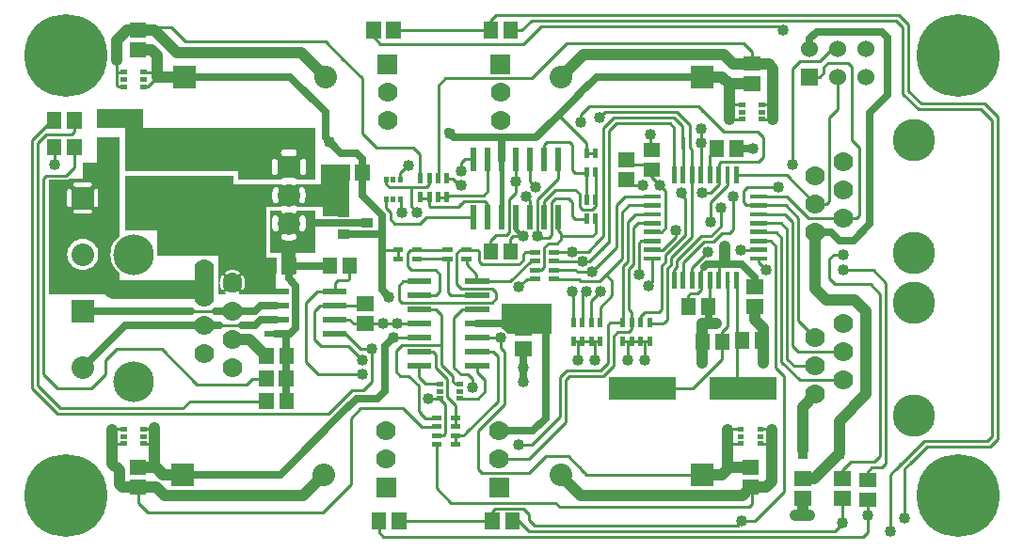
<source format=gbr>
G04 start of page 2 for group 0 idx 0 *
G04 Title: (unknown), component *
G04 Creator: pcb 20140316 *
G04 CreationDate: Mon 20 Apr 2015 08:27:33 PM GMT UTC *
G04 For: ndholmes *
G04 Format: Gerber/RS-274X *
G04 PCB-Dimensions (mil): 3500.00 1900.00 *
G04 PCB-Coordinate-Origin: lower left *
%MOIN*%
%FSLAX25Y25*%
%LNTOP*%
%ADD41C,0.0450*%
%ADD40C,0.0380*%
%ADD39C,0.0390*%
%ADD38C,0.0300*%
%ADD37C,0.1280*%
%ADD36C,0.1220*%
%ADD35C,0.0480*%
%ADD34C,0.1285*%
%ADD33C,0.0200*%
%ADD32R,0.0360X0.0360*%
%ADD31R,0.0165X0.0165*%
%ADD30R,0.0630X0.0630*%
%ADD29R,0.0340X0.0340*%
%ADD28R,0.0157X0.0157*%
%ADD27R,0.0787X0.0787*%
%ADD26R,0.0167X0.0167*%
%ADD25R,0.0200X0.0200*%
%ADD24R,0.0512X0.0512*%
%ADD23C,0.0787*%
%ADD22C,0.0600*%
%ADD21C,0.0700*%
%ADD20C,0.1500*%
%ADD19C,0.1440*%
%ADD18C,0.0800*%
%ADD17C,0.2937*%
%ADD16C,0.0150*%
%ADD15C,0.0650*%
%ADD14C,0.0250*%
%ADD13C,0.0100*%
%ADD12C,0.0400*%
%ADD11C,0.0001*%
G54D11*G36*
X100761Y127500D02*X105500D01*
Y119500D01*
X100761D01*
Y120683D01*
X100831Y120695D01*
X100980Y120746D01*
X101119Y120819D01*
X101245Y120913D01*
X101355Y121025D01*
X101446Y121154D01*
X101513Y121296D01*
X101704Y121828D01*
X101837Y122377D01*
X101917Y122936D01*
X101944Y123500D01*
X101917Y124064D01*
X101837Y124623D01*
X101704Y125172D01*
X101519Y125706D01*
X101450Y125848D01*
X101358Y125977D01*
X101248Y126091D01*
X101121Y126185D01*
X100981Y126259D01*
X100832Y126309D01*
X100761Y126321D01*
Y127500D01*
G37*
G36*
X91239D02*X93350D01*
X93393Y127439D01*
X93504Y127326D01*
X93630Y127232D01*
X93770Y127158D01*
X93920Y127108D01*
X94076Y127081D01*
X94234Y127079D01*
X94390Y127102D01*
X94540Y127152D01*
X94892Y127278D01*
X95243Y127363D01*
X96757D01*
X97108Y127278D01*
X97461Y127156D01*
X97611Y127106D01*
X97766Y127083D01*
X97924Y127085D01*
X98079Y127112D01*
X98228Y127162D01*
X98367Y127236D01*
X98493Y127330D01*
X98603Y127442D01*
X98644Y127500D01*
X100761D01*
Y126321D01*
X100676Y126336D01*
X100518Y126338D01*
X100361Y126315D01*
X100210Y126268D01*
X100069Y126198D01*
X99939Y126107D01*
X99826Y125996D01*
X99732Y125870D01*
X99658Y125730D01*
X99608Y125580D01*
X99581Y125424D01*
X99579Y125266D01*
X99602Y125110D01*
X99652Y124960D01*
X99778Y124608D01*
X99866Y124244D01*
X99919Y123874D01*
X99937Y123500D01*
X99919Y123126D01*
X99866Y122756D01*
X99778Y122392D01*
X99656Y122039D01*
X99606Y121889D01*
X99583Y121734D01*
X99585Y121576D01*
X99612Y121421D01*
X99662Y121272D01*
X99736Y121133D01*
X99830Y121007D01*
X99942Y120897D01*
X100071Y120806D01*
X100212Y120736D01*
X100362Y120689D01*
X100518Y120667D01*
X100675Y120668D01*
X100761Y120683D01*
Y119500D01*
X98650D01*
X98607Y119561D01*
X98496Y119674D01*
X98370Y119768D01*
X98230Y119842D01*
X98080Y119892D01*
X97924Y119919D01*
X97766Y119921D01*
X97610Y119898D01*
X97460Y119848D01*
X97108Y119722D01*
X96744Y119634D01*
X96577Y119610D01*
X96306Y119637D01*
X95694D01*
X95423Y119610D01*
X95256Y119634D01*
X94892Y119722D01*
X94539Y119844D01*
X94389Y119894D01*
X94234Y119917D01*
X94076Y119915D01*
X93921Y119888D01*
X93772Y119838D01*
X93633Y119764D01*
X93507Y119670D01*
X93397Y119558D01*
X93356Y119500D01*
X91239D01*
Y120679D01*
X91324Y120664D01*
X91482Y120662D01*
X91639Y120685D01*
X91790Y120732D01*
X91931Y120802D01*
X92061Y120893D01*
X92174Y121004D01*
X92268Y121130D01*
X92342Y121270D01*
X92392Y121420D01*
X92419Y121576D01*
X92421Y121734D01*
X92398Y121890D01*
X92348Y122040D01*
X92222Y122392D01*
X92134Y122756D01*
X92081Y123126D01*
X92063Y123500D01*
X92081Y123874D01*
X92134Y124244D01*
X92222Y124608D01*
X92344Y124961D01*
X92394Y125111D01*
X92417Y125266D01*
X92415Y125424D01*
X92388Y125579D01*
X92338Y125728D01*
X92264Y125867D01*
X92170Y125993D01*
X92058Y126103D01*
X91929Y126194D01*
X91788Y126264D01*
X91638Y126311D01*
X91482Y126333D01*
X91325Y126332D01*
X91239Y126317D01*
Y127500D01*
G37*
G36*
X70000D02*X91239D01*
Y126317D01*
X91169Y126305D01*
X91020Y126254D01*
X90881Y126181D01*
X90755Y126087D01*
X90645Y125975D01*
X90554Y125846D01*
X90487Y125704D01*
X90296Y125172D01*
X90163Y124623D01*
X90083Y124064D01*
X90056Y123500D01*
X90083Y122936D01*
X90163Y122377D01*
X90296Y121828D01*
X90481Y121294D01*
X90550Y121152D01*
X90642Y121023D01*
X90752Y120909D01*
X90879Y120815D01*
X91019Y120741D01*
X91168Y120691D01*
X91239Y120679D01*
Y119500D01*
X70000D01*
Y127500D01*
G37*
G36*
X101037Y147500D02*X105500D01*
Y129000D01*
X101037D01*
Y130660D01*
X101210Y130673D01*
X101378Y130714D01*
X101538Y130780D01*
X101686Y130870D01*
X101817Y130983D01*
X101930Y131114D01*
X102020Y131262D01*
X102086Y131422D01*
X102127Y131590D01*
X102137Y131763D01*
Y135237D01*
X102127Y135410D01*
X102086Y135578D01*
X102020Y135738D01*
X101930Y135886D01*
X101817Y136017D01*
X101686Y136130D01*
X101538Y136220D01*
X101378Y136286D01*
X101210Y136327D01*
X101037Y136340D01*
Y147500D01*
G37*
G36*
X96000D02*X101037D01*
Y136340D01*
X100864Y136327D01*
X100696Y136286D01*
X100536Y136220D01*
X100388Y136130D01*
X100257Y136017D01*
X100144Y135886D01*
X100054Y135738D01*
X99988Y135578D01*
X99947Y135410D01*
X99937Y135237D01*
Y131763D01*
X99947Y131590D01*
X99988Y131422D01*
X100054Y131262D01*
X100144Y131114D01*
X100257Y130983D01*
X100388Y130870D01*
X100536Y130780D01*
X100696Y130714D01*
X100864Y130673D01*
X101037Y130660D01*
Y129000D01*
X98698D01*
X98630Y129112D01*
X98517Y129243D01*
X98386Y129356D01*
X98238Y129446D01*
X98078Y129512D01*
X97910Y129553D01*
X97737Y129563D01*
X96000D01*
Y137437D01*
X97737D01*
X97910Y137447D01*
X98078Y137488D01*
X98238Y137554D01*
X98386Y137644D01*
X98517Y137757D01*
X98630Y137888D01*
X98720Y138036D01*
X98786Y138196D01*
X98827Y138364D01*
X98840Y138537D01*
X98827Y138710D01*
X98786Y138878D01*
X98720Y139038D01*
X98630Y139186D01*
X98517Y139317D01*
X98386Y139430D01*
X98238Y139520D01*
X98078Y139586D01*
X97910Y139627D01*
X97737Y139637D01*
X96000D01*
Y147500D01*
G37*
G36*
X90963D02*X96000D01*
Y139637D01*
X94263D01*
X94090Y139627D01*
X93922Y139586D01*
X93762Y139520D01*
X93614Y139430D01*
X93483Y139317D01*
X93370Y139186D01*
X93280Y139038D01*
X93214Y138878D01*
X93173Y138710D01*
X93160Y138537D01*
X93173Y138364D01*
X93214Y138196D01*
X93280Y138036D01*
X93370Y137888D01*
X93483Y137757D01*
X93614Y137644D01*
X93762Y137554D01*
X93922Y137488D01*
X94090Y137447D01*
X94263Y137437D01*
X96000D01*
Y129563D01*
X94263D01*
X94090Y129553D01*
X93922Y129512D01*
X93762Y129446D01*
X93614Y129356D01*
X93483Y129243D01*
X93370Y129112D01*
X93302Y129000D01*
X90963D01*
Y130660D01*
X91136Y130673D01*
X91304Y130714D01*
X91464Y130780D01*
X91612Y130870D01*
X91743Y130983D01*
X91856Y131114D01*
X91946Y131262D01*
X92012Y131422D01*
X92053Y131590D01*
X92063Y131763D01*
Y135237D01*
X92053Y135410D01*
X92012Y135578D01*
X91946Y135738D01*
X91856Y135886D01*
X91743Y136017D01*
X91612Y136130D01*
X91464Y136220D01*
X91304Y136286D01*
X91136Y136327D01*
X90963Y136340D01*
Y147500D01*
G37*
G36*
X78000D02*X90963D01*
Y136340D01*
X90790Y136327D01*
X90622Y136286D01*
X90462Y136220D01*
X90314Y136130D01*
X90183Y136017D01*
X90070Y135886D01*
X89980Y135738D01*
X89914Y135578D01*
X89873Y135410D01*
X89863Y135237D01*
Y131763D01*
X89873Y131590D01*
X89914Y131422D01*
X89980Y131262D01*
X90070Y131114D01*
X90183Y130983D01*
X90314Y130870D01*
X90462Y130780D01*
X90622Y130714D01*
X90790Y130673D01*
X90963Y130660D01*
Y129000D01*
X78000D01*
Y147500D01*
G37*
G36*
X100882Y118000D02*X105500D01*
Y103000D01*
X100882D01*
Y110687D01*
X101039Y110719D01*
X101201Y110779D01*
X101351Y110865D01*
X101487Y110973D01*
X101604Y111100D01*
X101699Y111245D01*
X101768Y111404D01*
X101955Y111986D01*
X102076Y112585D01*
X102137Y113194D01*
Y113806D01*
X102076Y114415D01*
X101955Y115014D01*
X101775Y115599D01*
X101704Y115758D01*
X101608Y115903D01*
X101490Y116031D01*
X101354Y116139D01*
X101203Y116225D01*
X101040Y116286D01*
X100882Y116318D01*
Y118000D01*
G37*
G36*
X96002Y117432D02*X96196D01*
X96586Y117393D01*
X96970Y117316D01*
X97345Y117200D01*
X97511Y117151D01*
X97683Y117131D01*
X97856Y117139D01*
X98025Y117173D01*
X98187Y117234D01*
X98338Y117320D01*
X98474Y117427D01*
X98590Y117555D01*
X98686Y117699D01*
X98758Y117857D01*
X98797Y118000D01*
X100882D01*
Y116318D01*
X100870Y116321D01*
X100696Y116328D01*
X100523Y116309D01*
X100355Y116262D01*
X100197Y116190D01*
X100052Y116094D01*
X99924Y115977D01*
X99815Y115841D01*
X99730Y115690D01*
X99669Y115527D01*
X99634Y115356D01*
X99626Y115183D01*
X99646Y115010D01*
X99696Y114843D01*
X99816Y114470D01*
X99893Y114086D01*
X99932Y113696D01*
Y113304D01*
X99893Y112914D01*
X99816Y112530D01*
X99700Y112155D01*
X99651Y111989D01*
X99631Y111817D01*
X99639Y111644D01*
X99673Y111475D01*
X99734Y111313D01*
X99820Y111162D01*
X99927Y111026D01*
X100055Y110910D01*
X100199Y110814D01*
X100357Y110742D01*
X100524Y110696D01*
X100696Y110677D01*
X100869Y110684D01*
X100882Y110687D01*
Y103000D01*
X96002D01*
Y107363D01*
X96306D01*
X96915Y107424D01*
X97514Y107545D01*
X98099Y107725D01*
X98258Y107796D01*
X98403Y107892D01*
X98531Y108010D01*
X98639Y108146D01*
X98725Y108297D01*
X98786Y108460D01*
X98821Y108630D01*
X98828Y108804D01*
X98809Y108977D01*
X98762Y109145D01*
X98690Y109303D01*
X98594Y109448D01*
X98477Y109576D01*
X98341Y109685D01*
X98190Y109770D01*
X98027Y109831D01*
X97856Y109866D01*
X97682Y109874D01*
X97510Y109854D01*
X97343Y109804D01*
X96970Y109684D01*
X96586Y109607D01*
X96196Y109568D01*
X96002D01*
Y117432D01*
G37*
G36*
X91118Y118000D02*X93198D01*
X93238Y117855D01*
X93310Y117697D01*
X93406Y117552D01*
X93523Y117424D01*
X93659Y117315D01*
X93810Y117230D01*
X93973Y117169D01*
X94144Y117134D01*
X94317Y117126D01*
X94490Y117146D01*
X94657Y117196D01*
X95030Y117316D01*
X95414Y117393D01*
X95804Y117432D01*
X96002D01*
Y109568D01*
X95804D01*
X95414Y109607D01*
X95030Y109684D01*
X94655Y109800D01*
X94489Y109849D01*
X94317Y109869D01*
X94144Y109861D01*
X93975Y109827D01*
X93813Y109766D01*
X93662Y109680D01*
X93526Y109573D01*
X93410Y109445D01*
X93314Y109301D01*
X93242Y109143D01*
X93196Y108976D01*
X93177Y108804D01*
X93184Y108631D01*
X93219Y108461D01*
X93279Y108299D01*
X93365Y108149D01*
X93473Y108013D01*
X93600Y107896D01*
X93745Y107801D01*
X93904Y107732D01*
X94486Y107545D01*
X95085Y107424D01*
X95694Y107363D01*
X96002D01*
Y103000D01*
X91118D01*
Y110682D01*
X91130Y110679D01*
X91304Y110672D01*
X91477Y110691D01*
X91645Y110738D01*
X91803Y110810D01*
X91948Y110906D01*
X92076Y111023D01*
X92185Y111159D01*
X92270Y111310D01*
X92331Y111473D01*
X92366Y111644D01*
X92374Y111818D01*
X92354Y111990D01*
X92304Y112157D01*
X92184Y112530D01*
X92107Y112914D01*
X92068Y113304D01*
Y113696D01*
X92107Y114086D01*
X92184Y114470D01*
X92300Y114845D01*
X92349Y115011D01*
X92369Y115183D01*
X92361Y115356D01*
X92327Y115525D01*
X92266Y115687D01*
X92180Y115838D01*
X92073Y115974D01*
X91945Y116090D01*
X91801Y116186D01*
X91643Y116258D01*
X91476Y116304D01*
X91304Y116323D01*
X91131Y116316D01*
X91118Y116313D01*
Y118000D01*
G37*
G36*
X89500D02*X91118D01*
Y116313D01*
X90961Y116281D01*
X90799Y116221D01*
X90649Y116135D01*
X90513Y116027D01*
X90396Y115900D01*
X90301Y115755D01*
X90232Y115596D01*
X90045Y115014D01*
X89924Y114415D01*
X89863Y113806D01*
Y113194D01*
X89924Y112585D01*
X90045Y111986D01*
X90225Y111401D01*
X90296Y111242D01*
X90392Y111097D01*
X90510Y110969D01*
X90646Y110861D01*
X90797Y110775D01*
X90960Y110714D01*
X91118Y110682D01*
Y103000D01*
X89500D01*
Y118000D01*
G37*
G36*
X107500Y134500D02*X117500D01*
Y119500D01*
X107500D01*
Y134500D01*
G37*
G36*
X112500Y120500D02*X117500D01*
Y116000D01*
X112500D01*
Y120500D01*
G37*
G36*
X103000Y127500D02*X114000D01*
Y119500D01*
X103000D01*
Y127500D01*
G37*
G36*
X108000Y126000D02*X115000D01*
Y116000D01*
X108000D01*
Y126000D01*
G37*
G36*
X176500Y85000D02*X189000D01*
Y74500D01*
X176500D01*
Y85000D01*
G37*
G36*
X171500D02*X184000D01*
Y74500D01*
X173599D01*
X173435Y74769D01*
X173128Y75128D01*
X172769Y75435D01*
X172366Y75681D01*
X171930Y75862D01*
X171500Y75965D01*
Y85000D01*
G37*
G36*
X74500Y121000D02*X88000D01*
Y105500D01*
X74500D01*
Y121000D01*
G37*
G36*
X93500Y104000D02*X98500D01*
Y95500D01*
X93500D01*
Y104000D01*
G37*
G36*
X73000Y102000D02*X66176D01*
X66000Y102014D01*
X65824Y102000D01*
X49500D01*
Y112500D01*
X73000D01*
Y102000D01*
G37*
G36*
X79720Y111500D02*X88000D01*
Y88500D01*
X79720D01*
Y90044D01*
X79771Y90083D01*
X79826Y90139D01*
X79870Y90204D01*
X80064Y90556D01*
X80221Y90926D01*
X80344Y91309D01*
X80433Y91700D01*
X80487Y92099D01*
X80504Y92500D01*
X80487Y92901D01*
X80433Y93300D01*
X80344Y93691D01*
X80221Y94074D01*
X80064Y94444D01*
X79874Y94798D01*
X79829Y94863D01*
X79774Y94920D01*
X79720Y94960D01*
Y111500D01*
G37*
G36*
X75998D02*X79720D01*
Y94960D01*
X79710Y94968D01*
X79640Y95004D01*
X79565Y95030D01*
X79487Y95044D01*
X79408Y95045D01*
X79329Y95033D01*
X79254Y95010D01*
X79183Y94975D01*
X79118Y94929D01*
X79061Y94874D01*
X79013Y94811D01*
X78976Y94741D01*
X78951Y94666D01*
X78937Y94588D01*
X78936Y94508D01*
X78948Y94430D01*
X78971Y94354D01*
X79007Y94284D01*
X79157Y94010D01*
X79279Y93723D01*
X79375Y93426D01*
X79444Y93121D01*
X79486Y92812D01*
X79500Y92500D01*
X79486Y92188D01*
X79444Y91879D01*
X79375Y91574D01*
X79279Y91277D01*
X79157Y90990D01*
X79010Y90714D01*
X78974Y90645D01*
X78951Y90569D01*
X78940Y90491D01*
X78941Y90413D01*
X78954Y90335D01*
X78980Y90261D01*
X79016Y90191D01*
X79064Y90128D01*
X79120Y90073D01*
X79184Y90028D01*
X79255Y89993D01*
X79330Y89970D01*
X79408Y89959D01*
X79487Y89960D01*
X79564Y89973D01*
X79639Y89999D01*
X79708Y90035D01*
X79720Y90044D01*
Y88500D01*
X78063D01*
X78298Y88626D01*
X78363Y88671D01*
X78420Y88726D01*
X78468Y88790D01*
X78504Y88860D01*
X78530Y88935D01*
X78544Y89013D01*
X78545Y89092D01*
X78533Y89171D01*
X78510Y89246D01*
X78475Y89317D01*
X78429Y89382D01*
X78374Y89439D01*
X78311Y89487D01*
X78241Y89524D01*
X78166Y89549D01*
X78088Y89563D01*
X78008Y89564D01*
X77930Y89552D01*
X77854Y89529D01*
X77784Y89493D01*
X77510Y89343D01*
X77223Y89221D01*
X76926Y89125D01*
X76621Y89056D01*
X76312Y89014D01*
X76000Y89000D01*
X75998Y89000D01*
Y96000D01*
X76000Y96000D01*
X76312Y95986D01*
X76621Y95944D01*
X76926Y95875D01*
X77223Y95779D01*
X77510Y95657D01*
X77786Y95510D01*
X77855Y95474D01*
X77931Y95451D01*
X78009Y95440D01*
X78087Y95441D01*
X78165Y95454D01*
X78239Y95480D01*
X78309Y95516D01*
X78372Y95564D01*
X78427Y95620D01*
X78472Y95684D01*
X78507Y95755D01*
X78530Y95830D01*
X78541Y95908D01*
X78540Y95987D01*
X78527Y96064D01*
X78501Y96139D01*
X78465Y96208D01*
X78417Y96271D01*
X78361Y96326D01*
X78296Y96370D01*
X77944Y96564D01*
X77574Y96721D01*
X77191Y96844D01*
X76800Y96933D01*
X76401Y96987D01*
X76000Y97004D01*
X75998Y97004D01*
Y111500D01*
G37*
G36*
X72280D02*X75998D01*
Y97004D01*
X75599Y96987D01*
X75200Y96933D01*
X74809Y96844D01*
X74426Y96721D01*
X74056Y96564D01*
X73702Y96374D01*
X73637Y96329D01*
X73580Y96274D01*
X73532Y96210D01*
X73496Y96140D01*
X73470Y96065D01*
X73456Y95987D01*
X73455Y95908D01*
X73467Y95829D01*
X73490Y95754D01*
X73525Y95683D01*
X73571Y95618D01*
X73626Y95561D01*
X73689Y95513D01*
X73759Y95476D01*
X73834Y95451D01*
X73912Y95437D01*
X73992Y95436D01*
X74070Y95448D01*
X74146Y95471D01*
X74216Y95507D01*
X74490Y95657D01*
X74777Y95779D01*
X75074Y95875D01*
X75379Y95944D01*
X75688Y95986D01*
X75998Y96000D01*
Y89000D01*
X75688Y89014D01*
X75379Y89056D01*
X75074Y89125D01*
X74777Y89221D01*
X74490Y89343D01*
X74214Y89490D01*
X74145Y89526D01*
X74069Y89549D01*
X73991Y89560D01*
X73913Y89559D01*
X73835Y89546D01*
X73761Y89520D01*
X73691Y89484D01*
X73628Y89436D01*
X73573Y89380D01*
X73528Y89316D01*
X73493Y89245D01*
X73470Y89170D01*
X73459Y89092D01*
X73460Y89013D01*
X73473Y88936D01*
X73499Y88861D01*
X73535Y88792D01*
X73583Y88729D01*
X73639Y88674D01*
X73704Y88630D01*
X73941Y88500D01*
X72280D01*
Y90040D01*
X72290Y90032D01*
X72360Y89996D01*
X72435Y89970D01*
X72513Y89956D01*
X72592Y89955D01*
X72671Y89967D01*
X72746Y89990D01*
X72817Y90025D01*
X72882Y90071D01*
X72939Y90126D01*
X72987Y90189D01*
X73024Y90259D01*
X73049Y90334D01*
X73063Y90412D01*
X73064Y90492D01*
X73052Y90570D01*
X73029Y90646D01*
X72993Y90716D01*
X72843Y90990D01*
X72721Y91277D01*
X72625Y91574D01*
X72556Y91879D01*
X72514Y92188D01*
X72500Y92500D01*
X72514Y92812D01*
X72556Y93121D01*
X72625Y93426D01*
X72721Y93723D01*
X72843Y94010D01*
X72990Y94286D01*
X73026Y94355D01*
X73049Y94431D01*
X73060Y94509D01*
X73059Y94587D01*
X73046Y94665D01*
X73020Y94739D01*
X72984Y94809D01*
X72936Y94872D01*
X72880Y94927D01*
X72816Y94972D01*
X72745Y95007D01*
X72670Y95030D01*
X72592Y95041D01*
X72513Y95040D01*
X72436Y95027D01*
X72361Y95001D01*
X72292Y94965D01*
X72280Y94956D01*
Y111500D01*
G37*
G36*
X71000D02*X72280D01*
Y94956D01*
X72229Y94917D01*
X72174Y94861D01*
X72130Y94796D01*
X71936Y94444D01*
X71779Y94074D01*
X71656Y93691D01*
X71567Y93300D01*
X71513Y92901D01*
X71496Y92500D01*
X71513Y92099D01*
X71567Y91700D01*
X71656Y91309D01*
X71779Y90926D01*
X71936Y90556D01*
X72126Y90202D01*
X72171Y90137D01*
X72226Y90080D01*
X72280Y90040D01*
Y88500D01*
X71000D01*
Y111500D01*
G37*
G36*
X85000Y101500D02*X91500D01*
Y88500D01*
X85000D01*
Y101500D01*
G37*
G36*
X28000Y144000D02*X36000D01*
Y132000D01*
X28000D01*
Y144000D01*
G37*
G36*
X105500Y132000D02*X102137D01*
Y135237D01*
X102127Y135410D01*
X102086Y135578D01*
X102020Y135738D01*
X101930Y135886D01*
X101817Y136017D01*
X101686Y136130D01*
X101538Y136220D01*
X101378Y136286D01*
X101210Y136327D01*
X101037Y136340D01*
X100864Y136327D01*
X100696Y136286D01*
X100536Y136220D01*
X100388Y136130D01*
X100257Y136017D01*
X100144Y135886D01*
X100054Y135738D01*
X99988Y135578D01*
X99947Y135410D01*
X99937Y135237D01*
Y132000D01*
X96000D01*
Y137437D01*
X97737D01*
X97910Y137447D01*
X98078Y137488D01*
X98238Y137554D01*
X98386Y137644D01*
X98517Y137757D01*
X98630Y137888D01*
X98720Y138036D01*
X98786Y138196D01*
X98827Y138364D01*
X98840Y138537D01*
X98827Y138710D01*
X98786Y138878D01*
X98720Y139038D01*
X98630Y139186D01*
X98517Y139317D01*
X98386Y139430D01*
X98238Y139520D01*
X98078Y139586D01*
X97910Y139627D01*
X97737Y139637D01*
X96000D01*
Y147500D01*
X105500D01*
Y132000D01*
G37*
G36*
X96000D02*X92063D01*
Y135237D01*
X92053Y135410D01*
X92012Y135578D01*
X91946Y135738D01*
X91856Y135886D01*
X91743Y136017D01*
X91612Y136130D01*
X91464Y136220D01*
X91304Y136286D01*
X91136Y136327D01*
X90963Y136340D01*
X90790Y136327D01*
X90622Y136286D01*
X90462Y136220D01*
X90314Y136130D01*
X90183Y136017D01*
X90070Y135886D01*
X89980Y135738D01*
X89914Y135578D01*
X89873Y135410D01*
X89863Y135237D01*
Y132000D01*
X43000D01*
Y147500D01*
X96000D01*
Y139637D01*
X94263D01*
X94090Y139627D01*
X93922Y139586D01*
X93762Y139520D01*
X93614Y139430D01*
X93483Y139317D01*
X93370Y139186D01*
X93280Y139038D01*
X93214Y138878D01*
X93173Y138710D01*
X93160Y138537D01*
X93173Y138364D01*
X93214Y138196D01*
X93280Y138036D01*
X93370Y137888D01*
X93483Y137757D01*
X93614Y137644D01*
X93762Y137554D01*
X93922Y137488D01*
X94090Y137447D01*
X94263Y137437D01*
X96000D01*
Y132000D01*
G37*
G36*
X23000Y135000D02*X36000D01*
Y121500D01*
X28500D01*
Y125000D01*
X28493Y125118D01*
X28465Y125232D01*
X28420Y125342D01*
X28359Y125442D01*
X28282Y125532D01*
X28192Y125609D01*
X28092Y125670D01*
X27982Y125715D01*
X27868Y125743D01*
X27750Y125752D01*
X27632Y125743D01*
X27518Y125715D01*
X27408Y125670D01*
X27308Y125609D01*
X27218Y125532D01*
X27141Y125442D01*
X27080Y125342D01*
X27035Y125232D01*
X27007Y125118D01*
X27000Y125000D01*
Y121500D01*
X23000D01*
Y126500D01*
X25500D01*
X25618Y126507D01*
X25732Y126535D01*
X25842Y126580D01*
X25942Y126641D01*
X26032Y126718D01*
X26109Y126808D01*
X26170Y126908D01*
X26215Y127018D01*
X26243Y127132D01*
X26252Y127250D01*
X26243Y127368D01*
X26215Y127482D01*
X26170Y127592D01*
X26109Y127692D01*
X26032Y127782D01*
X25942Y127859D01*
X25842Y127920D01*
X25732Y127965D01*
X25618Y127993D01*
X25500Y128000D01*
X23000D01*
Y135000D01*
G37*
G36*
X27750Y129500D02*X36000D01*
Y110000D01*
X27750D01*
Y119248D01*
X27868Y119257D01*
X27982Y119285D01*
X28092Y119330D01*
X28192Y119391D01*
X28282Y119468D01*
X28359Y119558D01*
X28420Y119658D01*
X28465Y119768D01*
X28493Y119882D01*
X28500Y120000D01*
Y125000D01*
X28493Y125118D01*
X28465Y125232D01*
X28420Y125342D01*
X28359Y125442D01*
X28282Y125532D01*
X28192Y125609D01*
X28092Y125670D01*
X27982Y125715D01*
X27868Y125743D01*
X27750Y125752D01*
Y129500D01*
G37*
G36*
X23000D02*X27750D01*
Y125752D01*
X27632Y125743D01*
X27518Y125715D01*
X27408Y125670D01*
X27308Y125609D01*
X27218Y125532D01*
X27141Y125442D01*
X27080Y125342D01*
X27035Y125232D01*
X27007Y125118D01*
X27000Y125000D01*
Y120000D01*
X27007Y119882D01*
X27035Y119768D01*
X27080Y119658D01*
X27141Y119558D01*
X27218Y119468D01*
X27308Y119391D01*
X27408Y119330D01*
X27518Y119285D01*
X27632Y119257D01*
X27750Y119248D01*
Y110000D01*
X23000D01*
Y117000D01*
X25500D01*
X25618Y117007D01*
X25732Y117035D01*
X25842Y117080D01*
X25942Y117141D01*
X26032Y117218D01*
X26109Y117308D01*
X26170Y117408D01*
X26215Y117518D01*
X26243Y117632D01*
X26252Y117750D01*
X26243Y117868D01*
X26215Y117982D01*
X26170Y118092D01*
X26109Y118192D01*
X26032Y118282D01*
X25942Y118359D01*
X25842Y118420D01*
X25732Y118465D01*
X25618Y118493D01*
X25500Y118500D01*
X23000D01*
Y126500D01*
X25500D01*
X25618Y126507D01*
X25732Y126535D01*
X25842Y126580D01*
X25942Y126641D01*
X26032Y126718D01*
X26109Y126808D01*
X26170Y126908D01*
X26215Y127018D01*
X26243Y127132D01*
X26252Y127250D01*
X26243Y127368D01*
X26215Y127482D01*
X26170Y127592D01*
X26109Y127692D01*
X26032Y127782D01*
X25942Y127859D01*
X25842Y127920D01*
X25732Y127965D01*
X25618Y127993D01*
X25500Y128000D01*
X23000D01*
Y129500D01*
G37*
G36*
X18250D02*X23000D01*
Y128000D01*
X20500D01*
X20382Y127993D01*
X20268Y127965D01*
X20158Y127920D01*
X20058Y127859D01*
X19968Y127782D01*
X19891Y127692D01*
X19830Y127592D01*
X19785Y127482D01*
X19757Y127368D01*
X19748Y127250D01*
X19757Y127132D01*
X19785Y127018D01*
X19830Y126908D01*
X19891Y126808D01*
X19968Y126718D01*
X20058Y126641D01*
X20158Y126580D01*
X20268Y126535D01*
X20382Y126507D01*
X20500Y126500D01*
X23000D01*
Y118500D01*
X20500D01*
X20382Y118493D01*
X20268Y118465D01*
X20158Y118420D01*
X20058Y118359D01*
X19968Y118282D01*
X19891Y118192D01*
X19830Y118092D01*
X19785Y117982D01*
X19757Y117868D01*
X19748Y117750D01*
X19757Y117632D01*
X19785Y117518D01*
X19830Y117408D01*
X19891Y117308D01*
X19968Y117218D01*
X20058Y117141D01*
X20158Y117080D01*
X20268Y117035D01*
X20382Y117007D01*
X20500Y117000D01*
X23000D01*
Y110000D01*
X18250D01*
Y119248D01*
X18368Y119257D01*
X18482Y119285D01*
X18592Y119330D01*
X18692Y119391D01*
X18782Y119468D01*
X18859Y119558D01*
X18920Y119658D01*
X18965Y119768D01*
X18993Y119882D01*
X19000Y120000D01*
Y125000D01*
X18993Y125118D01*
X18965Y125232D01*
X18920Y125342D01*
X18859Y125442D01*
X18782Y125532D01*
X18692Y125609D01*
X18592Y125670D01*
X18482Y125715D01*
X18368Y125743D01*
X18250Y125752D01*
Y129500D01*
G37*
G36*
X18121D02*X18250D01*
Y125752D01*
X18132Y125743D01*
X18018Y125715D01*
X17908Y125670D01*
X17808Y125609D01*
X17718Y125532D01*
X17641Y125442D01*
X17580Y125342D01*
X17535Y125232D01*
X17507Y125118D01*
X17500Y125000D01*
Y120000D01*
X17507Y119882D01*
X17535Y119768D01*
X17580Y119658D01*
X17641Y119558D01*
X17718Y119468D01*
X17808Y119391D01*
X17908Y119330D01*
X18018Y119285D01*
X18132Y119257D01*
X18250Y119248D01*
Y110000D01*
X11000D01*
Y129000D01*
X11500D01*
X11500Y129000D01*
X16941D01*
X17000Y128995D01*
X17235Y129014D01*
X17235Y129014D01*
X17465Y129069D01*
X17683Y129159D01*
X17884Y129283D01*
X18064Y129436D01*
X18102Y129481D01*
X18121Y129500D01*
G37*
G36*
X22992Y114000D02*X36000D01*
Y109013D01*
X35184Y108316D01*
X34346Y107335D01*
X33671Y106234D01*
X33177Y105042D01*
X32876Y103787D01*
X32775Y102500D01*
X32876Y101213D01*
X33177Y99958D01*
X33671Y98766D01*
X34346Y97665D01*
X35184Y96684D01*
X36000Y95987D01*
Y88500D01*
X22992D01*
Y96984D01*
X23000Y96983D01*
X23863Y97051D01*
X24705Y97253D01*
X25505Y97584D01*
X26243Y98037D01*
X26901Y98599D01*
X27463Y99257D01*
X27916Y99995D01*
X28247Y100795D01*
X28449Y101637D01*
X28500Y102500D01*
X28449Y103363D01*
X28247Y104205D01*
X27916Y105005D01*
X27463Y105743D01*
X26901Y106401D01*
X26243Y106963D01*
X25505Y107416D01*
X24705Y107747D01*
X23863Y107949D01*
X23000Y108017D01*
X22992Y108016D01*
Y114000D01*
G37*
G36*
X11000D02*X22992D01*
Y108016D01*
X22137Y107949D01*
X21295Y107747D01*
X20495Y107416D01*
X19757Y106963D01*
X19099Y106401D01*
X18537Y105743D01*
X18084Y105005D01*
X17753Y104205D01*
X17551Y103363D01*
X17483Y102500D01*
X17551Y101637D01*
X17753Y100795D01*
X18084Y99995D01*
X18537Y99257D01*
X19099Y98599D01*
X19757Y98037D01*
X20495Y97584D01*
X21295Y97253D01*
X22137Y97051D01*
X22992Y96984D01*
Y88500D01*
X11000D01*
Y114000D01*
G37*
G36*
X38000Y130500D02*X76500D01*
Y111000D01*
X38000D01*
Y130500D01*
G37*
G36*
X28000Y154000D02*X40000D01*
Y147500D01*
X28000D01*
Y154000D01*
G37*
G36*
X38000D02*X44500D01*
Y132000D01*
X38000D01*
Y154000D01*
G37*
G54D12*X192500Y24500D02*Y24000D01*
G54D13*X192000Y25000D02*X192500Y24500D01*
X242500D02*X201500D01*
G54D12*X199500Y17000D02*X256543D01*
G54D13*X192000Y13000D02*X259000D01*
X181000Y4500D02*X278000D01*
X183000Y6500D02*X255000D01*
X256500Y8000D01*
X261000D02*X256500D01*
X148348Y35126D02*Y19652D01*
X153500Y14500D01*
X129500Y2500D02*X283500D01*
X181000Y10500D02*Y8500D01*
X183000Y6500D01*
X153500Y14500D02*X190500D01*
X192000Y13000D01*
X164500Y25000D02*X181000D01*
X172500Y49500D02*X163000Y40000D01*
Y26500D01*
X164500Y25000D01*
X170500Y30000D02*X181000D01*
X177500Y35000D02*X182000D01*
X181000Y25000D02*X187000Y31000D01*
X181000Y30000D02*X186500Y35500D01*
X182000Y35000D02*X192000Y45000D01*
X194000Y43000D02*X183500Y32500D01*
X195000Y31000D02*X200500Y25500D01*
X209000Y64000D02*X206500Y61500D01*
X194500D01*
X192000Y59000D01*
X211000Y63000D02*X207500Y59500D01*
X195500D01*
X194000Y58000D01*
X192000Y59000D02*Y45000D01*
X194000Y58000D02*Y43000D01*
X259000Y13000D02*X260000Y14000D01*
Y20000D01*
X271500Y18500D02*X261000Y8000D01*
G54D12*X275500Y10000D02*X280500D01*
X278000D02*Y15957D01*
Y23043D02*X281943D01*
G54D13*X309000Y9000D02*Y24500D01*
X312750Y28250D01*
X314000Y26500D02*Y13000D01*
X309000Y4500D02*Y9500D01*
X314000Y14000D02*Y9000D01*
X292000Y26000D02*X295000Y29000D01*
X301000Y22543D02*Y25500D01*
X302500Y27000D01*
X301000Y15457D02*Y4000D01*
X299500Y2500D01*
X281500D01*
X295000Y29000D02*X303500D01*
X305500Y31000D01*
Y36000D01*
X302500Y27000D02*X306000D01*
X307500Y28500D01*
Y32000D01*
X187000Y31000D02*X195000D01*
G54D12*X278000Y33000D02*Y48500D01*
X290900Y33000D02*Y43400D01*
X281943Y23043D02*X290900Y32000D01*
G54D13*X292000Y23043D02*Y26000D01*
Y15957D02*Y7000D01*
X289500Y4500D01*
X277500D01*
X148273Y41500D02*X148348Y41425D01*
X148274Y44500D02*X148348Y44574D01*
X143000Y41500D02*X148000D01*
X148137Y41637D01*
X148348Y38275D02*X150775D01*
X155044D02*Y35126D01*
Y38275D02*X157775D01*
X159000Y39500D01*
X150775Y38275D02*X151500Y39000D01*
Y49426D01*
X156574Y51500D02*X156513Y51440D01*
X155044Y41425D02*Y48956D01*
X152000Y52000D01*
X170000Y50500D02*X158750Y39250D01*
X163000Y51500D02*X160000D01*
X142500Y46500D02*X144500Y44500D01*
X148274D01*
X142000Y47000D02*X143000Y46000D01*
G54D14*X170500Y40000D02*X182500D01*
X187000Y44500D01*
G54D13*X171000Y73000D02*Y69500D01*
G54D14*X162750Y78000D02*X179000D01*
G54D13*X196776Y71652D02*X206224D01*
X198500Y65000D02*Y71652D01*
X204500Y65000D02*Y71652D01*
X171000Y69500D02*X172500Y68000D01*
G54D14*X179000Y57500D02*Y69000D01*
G54D13*X172500Y68000D02*Y49500D01*
G54D14*X187000Y44500D02*Y79500D01*
G54D13*X170000Y63000D02*Y50500D01*
X165500Y58000D02*Y54000D01*
X163000Y51500D01*
X162750Y63000D02*Y60750D01*
X165500Y58000D01*
X161000Y55500D02*Y58500D01*
X159500Y60000D01*
X157000D01*
X154500Y62500D01*
Y80000D02*Y62500D01*
X175086Y8000D02*X177500D01*
X181000Y4500D01*
X135000Y8000D02*X168000D01*
Y11500D01*
G54D12*X192500Y24000D02*X199500Y17000D01*
G54D13*X201500Y24500D02*X199000Y27000D01*
X168000Y11500D02*X169000Y12500D01*
X177000D01*
X175500D02*X179000D01*
X181000Y10500D01*
G54D12*X259500Y27043D02*X252043D01*
X249500Y24500D01*
X242500D01*
X251500Y26500D02*X251000Y26000D01*
X251500Y40500D02*Y26500D01*
G54D13*X255959Y40560D02*X251560D01*
X251500Y40500D01*
X255959Y35440D02*X251560D01*
X251500Y35500D01*
G54D12*X256543Y17000D02*X259500Y19957D01*
X267000Y40500D02*Y22000D01*
X265000Y20000D01*
G54D13*X266560Y40560D02*X267000Y41000D01*
X262987Y35440D02*X266940D01*
X267000Y35500D01*
G54D12*X265000Y20000D02*X259543D01*
G54D13*X271500Y59500D02*Y18500D01*
G54D12*X264000Y64000D02*Y71543D01*
X263543Y72000D01*
X264000Y76500D02*Y67500D01*
G54D13*X270500Y64500D02*X277000Y58000D01*
X268500Y62500D02*X271500Y59500D01*
G54D12*X242500Y64000D02*Y71500D01*
Y78000D02*Y67000D01*
G54D13*X239000Y55000D02*X249500Y65500D01*
Y71414D01*
X249586Y71500D01*
X249500Y72000D02*Y75000D01*
X251500Y77000D01*
X214276Y71652D02*X223724D01*
X216000Y65000D02*Y71652D01*
X222000Y65000D02*Y71652D01*
X230000Y79500D02*X228500Y78000D01*
X224072D01*
X223724Y78348D01*
X230000Y79500D02*X229000Y78500D01*
X220500Y78423D02*X220575Y78348D01*
X217500Y78000D02*Y76000D01*
X216500Y75000D01*
X212500D01*
X214276Y78276D02*X209776D01*
X209000Y77500D01*
Y64000D01*
X212500Y75000D02*X211000Y73500D01*
Y63000D01*
X221783Y55000D02*X239000D01*
G54D12*X278000Y48500D02*X282500Y53000D01*
X290900Y43400D02*X300500Y53000D01*
G54D13*X61500Y82500D02*X70000D01*
G54D15*X66000Y97500D02*Y87500D01*
Y90000D02*X34000D01*
G54D14*X38000Y77500D02*X71500D01*
X23000Y82500D02*X61500D01*
G54D15*X34000Y90000D02*X29000Y95000D01*
G54D13*X14000Y46000D02*X99000D01*
X97500D02*X110000D01*
X112250Y89500D02*X106000D01*
X102000Y85500D01*
Y64500D01*
X106500Y60000D01*
X9000Y129500D02*Y60000D01*
X14000Y55000D01*
X7000Y142000D02*Y56000D01*
X15000Y48000D01*
X5000Y143000D02*Y55000D01*
X14000Y46000D01*
G54D12*X76000Y72500D02*X82000D01*
G54D13*X61000Y50500D02*X88000D01*
G54D14*X120000Y51500D02*X117000Y48500D01*
G54D13*X110000Y46000D02*X118500Y54500D01*
X112500Y74500D02*X116000D01*
X121500Y69000D01*
X107500Y70000D02*X117000D01*
X112000Y84500D02*X107000D01*
X105000Y82500D01*
Y72500D01*
X107500Y70000D01*
X71500Y77500D02*X80000D01*
G54D14*X79500D02*X84000D01*
X86000Y79500D01*
X91500D01*
Y74500D02*X96500D01*
X98500Y76500D01*
X70000Y82500D02*X82000D01*
X84000D02*X81000D01*
X91500Y84500D02*X86000D01*
X84000Y82500D01*
X98500Y76500D02*Y91500D01*
X96000Y94000D01*
Y98000D01*
X123700Y113600D02*X104400D01*
X110414Y98500D02*X96043D01*
G54D13*X112250Y89500D02*Y92250D01*
X113500Y93500D01*
X117000D01*
X117500Y94000D01*
Y98500D01*
D03*
G54D14*X115500Y109700D02*X128700D01*
X129000Y110000D01*
Y116500D01*
Y113000D02*Y100500D01*
G54D13*X129075Y104075D02*X129000Y104000D01*
G54D14*Y102000D02*Y90000D01*
G54D13*X134652Y104075D02*Y100925D01*
X139500Y97000D02*X138000Y98500D01*
Y103000D01*
X139000Y104000D01*
X141273D01*
X141348Y104075D01*
X134652D02*X129075D01*
G54D14*X114500Y138500D02*X120000D01*
G54D13*X122000Y145500D02*X127000Y140500D01*
X140000D01*
G54D14*X120000Y138500D02*X122000Y136500D01*
Y123500D02*Y136500D01*
X129000Y116500D02*X122000Y123500D01*
Y131457D02*X122043Y131500D01*
G54D13*X139250Y122000D02*Y119750D01*
X141500Y117500D01*
X133500Y113500D02*X132000Y115000D01*
Y117500D02*Y115000D01*
G54D12*X42500Y27043D02*X48957D01*
X42500Y19957D02*X49043D01*
X52000Y17000D01*
X42457Y20000D02*X42500Y19957D01*
X48957Y27043D02*X51500Y24500D01*
X58500D01*
X48500Y27500D02*X51250Y24750D01*
X48500Y41000D02*Y27500D01*
G54D13*X44513Y40560D02*X48440D01*
X48500Y40500D01*
X44513Y35440D02*X47940D01*
X48500Y36000D01*
G54D12*X33500Y40500D02*Y28500D01*
G54D13*X37487Y40560D02*X33560D01*
X33500Y40500D01*
X37487Y35440D02*X34060D01*
X33500Y36000D01*
G54D12*Y28500D02*X36000Y26000D01*
Y21000D01*
X37000Y20000D01*
X42457D01*
G54D13*X42543Y19957D02*Y14457D01*
X46000Y11000D01*
G54D14*X95086Y66500D02*Y74414D01*
Y68000D02*Y50500D01*
Y74414D02*X95000Y74500D01*
G54D12*X82000Y72500D02*X88000Y66500D01*
G54D13*X51000Y69000D02*X63500Y56500D01*
X81000D01*
X83000Y58500D01*
X87914D01*
X121500Y69000D02*X125500D01*
Y57500D02*Y69000D01*
X117000Y70000D02*X122000Y65000D01*
X118500Y54500D02*X122500D01*
X125500Y57500D01*
X106500Y60000D02*X122000D01*
G54D14*X23000Y62500D02*X38000Y77500D01*
G54D13*X14000Y55000D02*X26000D01*
X31000Y60000D01*
Y65000D01*
X35000Y69000D01*
X51000D01*
X15000Y48000D02*X58500D01*
X61000Y50500D01*
G54D12*X52000Y17000D02*X101000D01*
X108500Y24500D01*
G54D14*X117500Y49000D02*X93000Y24500D01*
X58500D01*
G54D13*X118000Y21000D02*Y44500D01*
X46000Y11000D02*X108000D01*
X118000Y21000D01*
X127914Y8000D02*Y4086D01*
X129500Y2500D01*
G54D14*X127500Y51500D02*X120000D01*
G54D13*X151500Y49426D02*X149487Y51440D01*
X152000Y52000D02*Y58500D01*
X161000Y51500D02*X156574D01*
X162750Y68000D02*X168500D01*
X170000Y66500D01*
Y62000D01*
X171000Y73000D02*X162750D01*
X149487Y56560D02*X144440D01*
X142000Y59000D01*
Y62750D01*
X142250Y63000D01*
X145500Y51500D02*X149426D01*
X149500Y51426D01*
X148000Y62500D02*Y67000D01*
X150000Y63500D02*Y81000D01*
X148000Y67000D02*X147000Y68000D01*
X152000Y58500D02*X148000Y62500D01*
X156513Y56560D02*X154940D01*
X154000Y57500D01*
Y59500D01*
X150000Y63500D01*
X142000Y56000D02*Y47000D01*
X147000Y68000D02*X142250D01*
X150000Y70500D02*X136000D01*
X133000Y73000D02*X142250D01*
G54D14*X133000D02*X130000Y70000D01*
G54D13*X136000Y70500D02*X134000Y68500D01*
Y62500D01*
Y63000D02*Y61000D01*
X135500Y59500D01*
G54D14*X130000Y70000D02*Y54000D01*
X127500Y51500D01*
G54D13*X135500Y59500D02*X138500D01*
X142000Y56000D01*
X136500Y48000D02*X143000Y41500D01*
X118000Y44500D02*X121500Y48000D01*
X136500D01*
X12914Y140500D02*Y134586D01*
X19000Y145000D02*X10000D01*
X7000Y142000D01*
X12000Y150000D02*X5000Y143000D01*
X12914Y134586D02*X13000Y134500D01*
X12914Y150000D02*X12000D01*
X11500Y130500D02*X17000D01*
X20000Y133500D01*
Y140500D01*
Y150000D02*Y146000D01*
X19000Y145000D01*
X12000Y130500D02*X10000D01*
X9000Y129500D01*
G54D12*X56500Y174000D02*X100500D01*
X109000Y165500D01*
G54D14*X59000D02*X96500D01*
X109000Y153000D01*
Y144000D01*
X114500Y138500D01*
X160500Y144000D02*X154500D01*
X152500Y146000D01*
G54D13*X115500Y171500D02*X109000Y178000D01*
X122000Y165000D02*X114500Y172500D01*
X122000Y165000D02*Y145500D01*
X109000Y178000D02*X59500D01*
X167457Y182000D02*Y185457D01*
X169500Y187500D01*
X125957Y181957D02*Y179543D01*
X128500Y177000D01*
G54D12*X59000Y165500D02*X49500D01*
Y173000D01*
G54D13*X44513Y167060D02*X48560D01*
X49500Y168000D01*
X44513Y161940D02*X45940D01*
X49500Y165500D01*
G54D12*Y173000D02*X47500Y175000D01*
X42586D01*
X42543Y174957D01*
X38543Y182043D02*X35000Y178500D01*
Y171500D01*
G54D13*Y172000D02*Y168000D01*
X37487Y161940D02*X35560D01*
X35000Y162500D01*
Y168500D01*
X37487Y167060D02*X35060D01*
X35000Y167000D01*
X59500Y178000D02*X54500Y183000D01*
G54D12*X38543Y182043D02*X48457D01*
X56500Y174000D01*
G54D13*X54500Y183000D02*X47957D01*
X47000Y182043D01*
X112250Y84500D02*X122457D01*
X123000Y85043D01*
X112250Y79500D02*X117500D01*
X119000Y78000D01*
X122957D01*
X123000Y77957D01*
X129500Y78000D02*X142250D01*
X134500D02*X122500D01*
X149500Y89500D02*Y95500D01*
X155500Y95000D02*Y92000D01*
X157000Y90500D01*
X152500Y89000D02*Y100577D01*
X155500Y103000D02*Y93500D01*
X150000Y81000D02*X148000Y83000D01*
X142250D01*
Y88000D02*X148000D01*
X154500Y80000D02*X157500Y83000D01*
X162750D01*
Y88000D02*X153500D01*
X152500Y89000D01*
X148000Y88000D02*X149500Y89500D01*
X168000Y85500D02*X136000D01*
X135000Y86500D01*
Y91500D01*
X136500Y93000D01*
X142250D01*
G54D14*X129000Y90000D02*X131500Y87500D01*
G54D13*X161500Y115750D02*X144750D01*
X142500Y113500D01*
X133500D01*
X149500Y95500D02*X148000Y97000D01*
X144000D01*
X144500D02*X139500D01*
X141348Y100925D02*X152152D01*
X152500Y100577D02*X152152Y100925D01*
X141500Y104000D02*X152077D01*
X152152Y104075D01*
X158848D02*X156575D01*
X155500Y103000D01*
X157000Y90500D02*X168000D01*
Y93000D02*X162750D01*
X169500Y89000D02*Y87000D01*
X168000Y85500D01*
Y90500D02*X169500Y89000D01*
X167457Y103500D02*Y107457D01*
X169500Y109500D01*
X171000D01*
X158848Y100925D02*Y99152D01*
X159075Y104075D02*X162925D01*
X163500Y103500D02*Y100000D01*
X162925Y104075D02*X163500Y103500D01*
X158848Y99152D02*X162500Y95500D01*
Y93250D01*
X162750Y93000D01*
X163500Y100000D02*X164500Y99000D01*
X277000Y171000D02*X274500Y168500D01*
Y159000D01*
Y134500D02*Y165000D01*
X280500Y165500D02*X284000D01*
X285500Y167000D01*
Y169000D01*
X287000Y170500D01*
X284000Y171000D02*X277000D01*
X288500Y175500D02*X284000Y171000D01*
G54D14*X280500Y175500D02*Y179000D01*
X283000Y181500D01*
G54D13*X290500Y165500D02*Y154000D01*
X287500Y151000D01*
G54D14*X301750Y152750D02*X308000Y159000D01*
Y179500D01*
X283000Y181500D02*X306000D01*
X308000Y179500D01*
G54D13*X287500Y151000D02*Y121500D01*
X294000Y170500D02*X295500Y169000D01*
X287000Y170500D02*X294000D01*
X290500Y175500D02*X288500D01*
X295500Y169000D02*Y143000D01*
X298000Y140500D01*
Y116500D01*
X297000Y115500D01*
X293000D01*
G54D14*X301750Y113250D02*Y152750D01*
G54D13*X286500Y120500D02*X287500Y121500D01*
X286500Y120500D02*X282500D01*
X280000Y115500D02*X272500Y123000D01*
X262303D01*
X262279Y123024D01*
Y119874D02*X272126D01*
X276500Y115500D01*
X262279Y116725D02*X271775D01*
X272221Y130779D02*X282500Y120500D01*
X269500Y126500D02*X258500D01*
X257000Y125000D01*
Y121000D01*
X258000Y120000D01*
X261748D01*
X261874Y119874D01*
X282000Y130000D02*X282500Y130500D01*
X254523Y130779D02*X272221D01*
X248224Y129500D02*Y134724D01*
X249000Y135500D02*X262500D01*
X263000Y136000D01*
X262987Y40560D02*X266560D01*
X282500Y63000D02*X275000D01*
X272500Y65500D01*
X276500Y68000D02*X274500Y70000D01*
X275500Y69000D01*
X276500Y79000D02*X282500Y73000D01*
X292500Y68000D02*X276500D01*
G54D12*X300500Y53000D02*Y82500D01*
G54D13*X277000Y58000D02*X292500D01*
G54D12*X296500Y86500D02*X286500D01*
G54D13*X254524Y86721D02*Y67976D01*
Y69500D02*Y56976D01*
X251500Y93095D02*X251374Y93221D01*
X254524Y83476D02*Y93221D01*
X251500Y92905D02*X251595Y93000D01*
X251500Y77000D02*Y92905D01*
X251595Y93000D01*
X249500Y110000D02*X252000D01*
X253500Y123000D02*Y111500D01*
X252000Y110000D01*
X250500D01*
X249000Y119000D02*Y112500D01*
G54D12*X250500Y105500D02*Y100500D01*
G54D13*X247500Y108000D02*X249500Y110000D01*
X249000Y112500D02*X246500Y110000D01*
G54D14*X244543Y84000D02*Y78043D01*
X244500Y78000D01*
G54D13*X245075Y84532D02*X244543Y84000D01*
G54D12*X242500Y78000D02*X247500D01*
X261000Y83000D02*Y79500D01*
X264000Y76500D01*
G54D13*X258500Y98000D02*X261000Y95500D01*
G54D14*X256500Y99000D02*X261000Y94500D01*
G54D13*X262279Y104126D02*X256126D01*
X256000Y104000D01*
G54D14*X261000Y94500D02*Y91043D01*
X256500Y99000D02*X244000D01*
G54D13*X248225Y98725D02*X248500Y99000D01*
G54D14*X244000D02*X243000Y98000D01*
G54D13*X248225Y93221D02*Y98725D01*
X240750Y88750D02*X238250D01*
X237500Y88000D01*
Y84043D01*
X237457Y84000D01*
X245075Y93221D02*Y84532D01*
X241925Y89925D02*X240750Y88750D01*
X241925Y89925D02*Y96925D01*
X243000Y98000D01*
X242500Y97500D01*
X272500Y65500D02*Y101500D01*
X276500Y103500D02*Y79000D01*
Y115500D02*Y101000D01*
X274500Y102500D02*Y99000D01*
Y114000D02*Y70000D01*
X272500Y111500D02*Y99500D01*
X268575Y110425D02*X270500Y108500D01*
X262279Y107276D02*X266724D01*
X268500Y105500D01*
X262279Y100977D02*Y99721D01*
X265000Y97000D01*
X270500Y108500D02*Y97500D01*
G54D12*X286500Y86500D02*X282500Y90500D01*
G54D13*X287500Y94000D02*Y101000D01*
X270500Y98000D02*Y64500D01*
X268500Y105500D02*Y62500D01*
G54D12*X242500Y173500D02*X200500D01*
G54D13*X194500Y177500D02*X257000D01*
G54D14*X205000Y165500D02*X242500D01*
G54D13*X185500Y183500D02*X269500D01*
X178500Y182000D02*X182000Y185500D01*
X179000Y177000D02*X185500Y183500D01*
X205000Y155000D02*X241000D01*
X202500D02*X208500D01*
X241000D02*X242500Y153500D01*
X208000Y153000D02*X211000D01*
X199500Y152000D02*X202500Y155000D01*
X148851Y162351D02*X151500Y165000D01*
X167457Y182000D02*X133086D01*
X133043Y181957D01*
X151500Y165000D02*X182000D01*
X128500Y177000D02*X179000D01*
X312000Y187500D02*X315500Y184000D01*
X311000Y185500D02*X313500Y183000D01*
X315500Y184000D02*Y160500D01*
X320000Y156000D01*
X342500D01*
X319000Y154000D02*X341000D01*
X342500Y156000D02*X347000Y151500D01*
X313500Y183000D02*Y159500D01*
X319000Y154000D01*
G54D14*X198500Y159000D02*X205000Y165500D01*
G54D12*X200500Y173500D02*X192500Y165500D01*
G54D13*X182000Y165000D02*X194500Y177500D01*
X174543Y182000D02*X178500D01*
G54D12*X242500Y165500D02*X249500D01*
X252000Y163000D01*
X241000Y173500D02*X250000D01*
X253500Y170000D01*
G54D13*X169500Y187500D02*X312000D01*
X182000Y185500D02*X311000D01*
X269500Y183500D02*X271000Y182000D01*
X256487Y155560D02*X252060D01*
X256487Y150440D02*X252060D01*
X263513Y155560D02*X267440D01*
X263513Y150440D02*X267440D01*
G54D12*X252000Y163000D02*X260000D01*
X252000Y150440D02*Y163000D01*
X267500Y150440D02*Y168500D01*
X266000Y170000D01*
X253500D01*
G54D13*X257000Y177500D02*X260000Y174500D01*
Y170086D01*
X235626Y130779D02*Y143874D01*
X232476Y130779D02*Y143024D01*
X238775Y135000D02*Y139725D01*
X238000Y140500D01*
X233000Y150500D02*X235500Y148000D01*
X231000Y149000D02*X232500Y147500D01*
Y142500D01*
X235500Y140000D02*Y148000D01*
X232500Y151000D01*
X238000Y140500D02*Y148500D01*
X233500Y153000D01*
X241000Y155000D02*X243750Y152250D01*
X207500Y124500D02*Y144500D01*
X209500Y122000D02*Y146500D01*
X212000Y149000D01*
X207500Y143000D02*Y147500D01*
X224000Y145000D02*Y139500D01*
X212000Y149000D02*X231000D01*
X211000Y151000D02*X232500D01*
X207500Y147500D02*X210500Y150500D01*
X210000Y150000D02*X211000Y151000D01*
X233500Y153000D02*X209000D01*
X217457Y127000D02*X215500Y128957D01*
X206000Y151000D02*X208000Y153000D01*
X199500Y149500D02*Y152000D01*
G54D14*X184000Y144500D02*X199000Y159500D01*
G54D13*X201500Y142000D02*X191500Y152000D01*
G54D14*X183500Y144000D02*X188500Y149000D01*
G54D13*X248224Y134724D02*X249000Y135500D01*
X216400Y134200D02*X224400D01*
X224500Y132457D02*Y130000D01*
X229000Y125500D01*
X221500Y127000D02*X217457D01*
G54D16*X176500Y111500D02*X179000Y109000D01*
G54D13*X175500D01*
X174500Y108000D01*
X170000Y109500D02*X173000D01*
X174000Y110500D01*
X174500Y108000D02*Y103543D01*
X174543Y103500D01*
X164500Y99000D02*X177500D01*
X174500Y93000D02*X166500D01*
X177500Y99000D02*X179000Y100500D01*
X183152Y103224D02*X179724D01*
X179000Y102500D01*
Y100500D01*
X183152Y100075D02*X181575D01*
X174500Y93000D01*
X183152Y93776D02*X180276D01*
X177500Y91000D01*
G54D16*X176500Y115750D02*Y111500D01*
G54D13*X181500Y115750D02*Y121500D01*
X176500Y124500D02*X174000Y122000D01*
Y110500D01*
X181500Y121500D02*X180000Y123000D01*
X176500Y136000D02*Y124500D01*
X181500Y136000D02*Y128500D01*
X183500Y126500D01*
G54D14*X159000Y144000D02*X183500D01*
X171500Y136000D02*Y144000D01*
G54D13*X262279Y110425D02*X268575D01*
X271775Y116725D02*X274500Y114000D01*
X262279Y113575D02*X270425D01*
X272500Y111500D01*
G54D12*X282500Y90500D02*Y110500D01*
G54D13*X292500Y115500D02*X280000D01*
G54D14*X282500Y110500D02*X288000D01*
X291000Y107500D01*
X296000D01*
G54D13*X287500Y101000D02*X289000Y102500D01*
X292500D01*
G54D14*X296000Y107500D02*X301750Y113250D01*
G54D13*X292500Y97000D02*X303000D01*
X307500Y92500D01*
X289500Y92000D02*X287500Y94000D01*
G54D12*X300500Y82500D02*X296500Y86500D01*
G54D13*X305500Y88500D02*X302000Y92000D01*
X289500D01*
X307500Y92500D02*Y30500D01*
X305500Y35000D02*Y88500D01*
X347000Y37000D02*X344500Y34500D01*
X322000D01*
X345000Y38000D02*X343500Y36500D01*
X321000D01*
X347000Y151500D02*Y37000D01*
X341000Y154000D02*X345000Y150000D01*
Y38000D01*
X316000Y28500D02*X322000Y34500D01*
X311000Y26500D02*X321000Y36500D01*
X314000Y26500D02*X316500Y29000D01*
X201425Y131652D02*Y121848D01*
X204575Y131652D02*Y121848D01*
X197500Y131500D02*X201425D01*
X197500Y125500D02*X199000Y124000D01*
Y119500D01*
X186500Y121500D02*X190500Y125500D01*
X197500D01*
X190500Y122500D02*X195000D01*
X191500Y129500D02*X184000Y122000D01*
X189000Y121000D02*X190500Y122500D01*
X195000D02*X196500Y121000D01*
X192500Y110000D02*X191500Y111000D01*
X184000Y109500D02*X185000Y108500D01*
X188000D01*
X189000Y109500D01*
X192500Y108000D02*Y110000D01*
X203500Y109000D02*X192500D01*
X191500Y111000D02*Y115750D01*
X186500D02*Y121500D01*
X184000Y122000D02*Y109500D01*
X189000D02*Y121000D01*
X186500Y136250D02*Y141500D01*
X187500Y142500D01*
X195500D01*
X196500Y141500D01*
X201500Y142000D02*Y138500D01*
X196500Y141500D02*Y132500D01*
X197500Y131500D01*
X201500Y138500D02*X204500D01*
X191500Y136250D02*Y129500D01*
X204575Y121925D02*Y119575D01*
X203500Y118500D01*
X201273Y115000D02*X201425Y115152D01*
X199000Y119500D02*X200000Y118500D01*
X196500Y121000D02*Y116000D01*
X197500Y115000D01*
X201273D01*
X200000Y118500D02*X203500D01*
X145701Y129500D02*Y127201D01*
X165000Y123500D02*X152696D01*
X152000Y129500D02*X154000D01*
X156500Y127000D01*
X145701Y127201D02*X144750Y126250D01*
X148851Y122804D02*X152000D01*
X152696Y123500D02*X152000Y122804D01*
X145701D02*Y119799D01*
X146000Y119500D01*
X156000D01*
X166500Y115750D02*Y120500D01*
X165500Y121500D01*
X159500D01*
X161500D02*X158000D01*
X156000Y119500D01*
X156750Y120250D01*
G54D16*X171500Y136250D02*Y115750D01*
G54D13*X166500Y136250D02*Y125000D01*
X165000Y123500D01*
X161500Y136250D02*X158250D01*
X157000Y135000D01*
Y132000D01*
X144750Y126250D02*X140750D01*
X140000Y140500D02*X142500Y138000D01*
Y129552D01*
X142552Y129500D01*
X142500Y122500D02*X145500D01*
X130440Y121487D02*Y119060D01*
X132000Y117500D01*
X135560Y121987D02*Y117940D01*
X136000Y117500D01*
X141750Y126250D02*X131750D01*
X130500Y127500D01*
Y128954D01*
X130440Y129013D01*
X138500Y134500D02*X135500Y131500D01*
Y129074D01*
X135560Y129013D01*
X139250Y126250D02*Y120750D01*
X148851Y129500D02*Y162351D01*
X186500Y98000D02*X185500Y97000D01*
X183227D01*
X183152Y96925D01*
X186500Y98000D02*Y105000D01*
X188000Y106500D01*
X191000D02*X192500Y108000D01*
X188000Y106500D02*X191000D01*
X189848Y103224D02*X196224D01*
X196500Y103500D01*
X202000D01*
X189848Y96925D02*X197575D01*
X189848Y100075D02*X199925D01*
X197575Y96925D02*X198000Y96500D01*
X203500D01*
X202500Y100075D02*X200000D01*
X199925D02*X200000Y100000D01*
X206000Y93000D02*X199500D01*
X189848Y93776D02*X198724D01*
X201500Y89500D02*X202000D01*
X198724Y93776D02*X199500Y93000D01*
X202000D01*
X196776Y89224D02*X196500Y89500D01*
X199925Y87925D02*X201500Y89500D01*
X196776Y78348D02*Y89224D01*
X199925Y78348D02*Y87925D01*
X203075Y78348D02*Y86075D01*
X206224Y78348D02*Y83724D01*
X203075Y86075D02*X206500Y89500D01*
X206224Y83724D02*X210500Y88000D01*
Y93000D01*
X214276Y78348D02*Y98276D01*
X204500Y115077D02*X204575Y115152D01*
Y110075D01*
X209500Y124500D02*Y107000D01*
X207500Y109000D02*X204500Y106000D01*
X212000Y120000D02*X215000Y123000D01*
X216374Y119874D02*X214000Y117500D01*
X207500Y125500D02*Y109000D01*
X204575Y110075D02*X203500Y109000D01*
X202000Y103500D02*X207500Y109000D01*
X209500Y107075D02*X202500Y100075D01*
X209500Y107000D02*X207000Y104500D01*
X203500Y96500D02*X212000Y105000D01*
X214000Y101000D02*X206000Y93000D01*
X210500D02*X208250Y95250D01*
X214276Y98276D02*X216000Y100000D01*
X212000Y105000D02*Y120000D01*
X214000Y117500D02*Y101000D01*
X216000Y100000D02*Y109500D01*
X218000Y112000D02*Y99000D01*
X220000Y106500D02*Y95500D01*
X218000Y99000D02*X217500Y98500D01*
X216500Y97500D02*X218000Y99000D01*
X238776Y93221D02*Y97776D01*
X244500Y103500D01*
X235626Y93221D02*Y99626D01*
X232477Y96977D02*X233500Y98000D01*
X231500Y99000D02*X230000Y97500D01*
X229500Y100000D02*X228000Y98500D01*
X231500Y99000D02*Y101500D01*
X229500Y100000D02*X229000Y99500D01*
X233500Y100500D02*X242000Y109000D01*
X231500Y101500D02*X238000Y108000D01*
X238775Y108775D02*X237000Y107000D01*
X235626Y99626D02*X243000Y107000D01*
X246500D01*
X248750Y109250D01*
X242000Y109000D02*X245500D01*
X247250Y110750D01*
X236500Y109500D02*X229500Y102500D01*
Y100000D01*
X233000Y108626D02*X228500Y104126D01*
X228000Y110500D02*X229500Y112000D01*
X232477Y93221D02*Y96977D01*
X230000Y97500D02*Y79500D01*
X228000Y98500D02*Y83000D01*
X227000Y82000D01*
X222000D01*
X220500Y80500D01*
Y78423D01*
X217500Y78500D02*Y82000D01*
X216500Y83000D01*
Y97500D01*
X224721Y100976D02*Y92721D01*
X223500Y91500D01*
X224721Y104126D02*X228126D01*
X228500D02*X227126D01*
X215000Y123000D02*X224698D01*
X224721Y123023D01*
Y119874D02*X216374D01*
X224721Y116724D02*X218724D01*
X224721Y113575D02*X219575D01*
X224721Y107275D02*X220775D01*
X220000Y106500D01*
X224500Y110500D02*X228000D01*
X218724Y116724D02*X216000Y114000D01*
Y109000D01*
X219575Y113575D02*X218000Y112000D01*
X229500D02*Y125000D01*
X228500Y126000D01*
X233500Y98000D02*Y100500D01*
X234500Y124500D02*X236500Y122500D01*
Y109500D01*
X233000Y111000D02*Y108626D01*
X238775Y130779D02*Y122775D01*
Y130225D02*Y135225D01*
X241925Y130779D02*Y146925D01*
X242000Y147000D01*
X238775Y123000D02*Y108775D01*
X245075Y130779D02*Y137618D01*
X245500Y121000D02*Y114500D01*
X248224Y127224D02*X245500Y124500D01*
X242500D01*
X251374Y126874D02*X245500Y121000D01*
X245075Y137618D02*X247457Y140000D01*
X243000Y153000D02*X250000Y146000D01*
X248224Y130779D02*Y127224D01*
X251374Y130779D02*Y126874D01*
G54D14*X260500Y140000D02*X254543D01*
G54D13*X250000Y146000D02*X262000D01*
X264000Y144000D01*
Y137000D01*
X262500Y135500D01*
G54D17*X17000Y17000D03*
G54D18*X23000Y62500D03*
G54D19*X41000Y57500D03*
G54D11*G36*
X54500Y28500D02*Y20500D01*
X62500D01*
Y28500D01*
X54500D01*
G37*
G54D20*X317500Y45500D03*
G54D17*X333000Y17000D03*
G54D21*X282500Y53000D03*
X292500Y58000D03*
X282500Y63000D03*
X292500Y68000D03*
X282500Y73000D03*
G54D11*G36*
X238500Y28500D02*Y20500D01*
X246500D01*
Y28500D01*
X238500D01*
G37*
G54D18*X192500Y24500D03*
G54D11*G36*
X167000Y23500D02*Y16500D01*
X174000D01*
Y23500D01*
X167000D01*
G37*
G54D21*X170500Y30000D03*
Y40000D03*
G54D20*X317500Y85500D03*
G54D17*X333000Y173000D03*
G54D20*X317500Y103000D03*
Y143000D03*
G54D21*X292500Y78000D03*
X282500Y110500D03*
X292500Y115500D03*
Y125500D03*
Y135500D03*
X282500Y120500D03*
Y130500D03*
G54D11*G36*
X277500Y168500D02*Y162500D01*
X283500D01*
Y168500D01*
X277500D01*
G37*
G54D22*X280500Y175500D03*
X290500Y165500D03*
X300500D03*
X290500Y175500D03*
X300500D03*
G54D11*G36*
X238500Y169500D02*Y161500D01*
X246500D01*
Y169500D01*
X238500D01*
G37*
G54D18*X192500Y165500D03*
G54D11*G36*
X167500Y173500D02*Y166500D01*
X174500D01*
Y173500D01*
X167500D01*
G37*
G54D21*X171000Y160000D03*
Y150000D03*
G54D11*G36*
X19000Y86500D02*Y78500D01*
X27000D01*
Y86500D01*
X19000D01*
G37*
G54D17*X17000Y173000D03*
G54D11*G36*
X19000Y126500D02*Y118500D01*
X27000D01*
Y126500D01*
X19000D01*
G37*
G54D18*X23000Y102500D03*
G54D19*X41000D03*
G54D23*X96000Y113500D03*
G54D18*X108500Y24500D03*
G54D23*X96000Y123500D03*
G54D11*G36*
X92063Y137437D02*Y129563D01*
X99937D01*
Y137437D01*
X92063D01*
G37*
G36*
X55000Y169500D02*Y161500D01*
X63000D01*
Y169500D01*
X55000D01*
G37*
G54D18*X109000Y165500D03*
G54D21*X66000Y97500D03*
X76000Y92500D03*
X66000Y87500D03*
X76000Y82500D03*
X66000Y77500D03*
X76000Y72500D03*
X66000Y67500D03*
X76000Y62500D03*
G54D11*G36*
X127500Y173500D02*Y166500D01*
X134500D01*
Y173500D01*
X127500D01*
G37*
G54D21*X131000Y160000D03*
Y150000D03*
G54D11*G36*
X127000Y23500D02*Y16500D01*
X134000D01*
Y23500D01*
X127000D01*
G37*
G54D21*X130500Y30000D03*
Y40000D03*
G54D24*X178607Y76086D02*X179393D01*
X178607Y69000D02*X179393D01*
X175086Y8393D02*Y7607D01*
X168000Y8393D02*Y7607D01*
G54D25*X191500Y139500D02*Y133000D01*
G54D26*X204575Y122783D02*Y120913D01*
Y139283D02*Y137413D01*
Y132587D02*Y130717D01*
X201425Y122783D02*Y120913D01*
Y139283D02*Y137413D01*
Y132587D02*Y130717D01*
Y116087D02*Y114217D01*
X204575Y116087D02*Y114217D01*
G54D25*X161500Y119000D02*Y112500D01*
X166500Y119000D02*Y112500D01*
X171500Y119000D02*Y112500D01*
X176500Y119000D02*Y112500D01*
X181500Y119000D02*Y112500D01*
X186500Y119000D02*Y112500D01*
X191500Y119000D02*Y112500D01*
X186500Y139500D02*Y133000D01*
X181500Y139500D02*Y133000D01*
X176500Y139500D02*Y133000D01*
X171500Y139500D02*Y133000D01*
X166500Y139500D02*Y133000D01*
X161500Y139500D02*Y133000D01*
G54D26*X182217Y103224D02*X184087D01*
X182217Y100075D02*X184087D01*
G54D24*X174543Y103893D02*Y103107D01*
X167457Y103893D02*Y103107D01*
G54D26*X182217Y96925D02*X184087D01*
X182217Y93776D02*X184087D01*
X188913D02*X190783D01*
X188913Y96925D02*X190783D01*
X188913Y100075D02*X190783D01*
X188913Y103224D02*X190783D01*
X214276Y72587D02*Y70717D01*
X217425Y72587D02*Y70717D01*
G54D27*X213409Y55000D02*X229157D01*
G54D26*X220575Y72587D02*Y70717D01*
X223724Y72587D02*Y70717D01*
Y79283D02*Y77413D01*
X220575Y79283D02*Y77413D01*
X217425Y79283D02*Y77413D01*
X214276Y79283D02*Y77413D01*
X206224Y79283D02*Y77413D01*
X203075Y79283D02*Y77413D01*
X199925Y79283D02*Y77413D01*
X196776Y79283D02*Y77413D01*
Y72587D02*Y70717D01*
X199925Y72587D02*Y70717D01*
X203075Y72587D02*Y70717D01*
X206224Y72587D02*Y70717D01*
G54D24*X215107Y136043D02*X215893D01*
X215107Y128957D02*X215893D01*
G54D28*X222508Y123023D02*X226934D01*
X222508Y119874D02*X226934D01*
X222508Y116724D02*X226934D01*
X222508Y113575D02*X226934D01*
X222508Y110425D02*X226934D01*
X222508Y107275D02*X226934D01*
X222508Y104126D02*X226934D01*
X222508Y100976D02*X226934D01*
G54D24*X224107Y132457D02*X224893D01*
X224107Y139543D02*X224893D01*
X122607Y77957D02*X123393D01*
X122607Y85043D02*X123393D01*
G54D25*X109000Y79500D02*X115500D01*
X109000Y84500D02*X115500D01*
G54D29*X123400Y113600D02*X124000D01*
G54D24*X127914Y8393D02*Y7607D01*
X135000Y8393D02*Y7607D01*
G54D26*X133717Y104075D02*X135587D01*
X133717Y100925D02*X135587D01*
G54D24*X95086Y66893D02*Y66107D01*
X88000Y66893D02*Y66107D01*
Y50893D02*Y50107D01*
X95086Y50893D02*Y50107D01*
X87957Y58893D02*Y58107D01*
X95043Y58893D02*Y58107D01*
G54D25*X109000Y74500D02*X115500D01*
X88500D02*X95000D01*
G54D24*X117500Y98893D02*Y98107D01*
X110414Y98893D02*Y98107D01*
X96043Y98893D02*Y98107D01*
G54D25*X109000Y89500D02*X115500D01*
X88500D02*X95000D01*
X88500Y84500D02*X95000D01*
X88500Y79500D02*X95000D01*
G54D30*X59000Y141992D02*Y135693D01*
Y122307D02*Y116008D01*
G54D31*X44287Y161940D02*X44740D01*
X37260D02*X37713D01*
X44287Y164500D02*X44740D01*
X37260D02*X37713D01*
X44287Y167060D02*X44740D01*
X37260D02*X37713D01*
G54D24*X42150Y182043D02*X42936D01*
X42150Y174957D02*X42936D01*
G54D32*X31400Y138500D02*X32600D01*
G54D24*X12914Y140893D02*Y140107D01*
X20000Y140893D02*Y140107D01*
G54D32*X31400Y151400D02*X32600D01*
G54D24*X12914Y150393D02*Y149607D01*
X20000Y150393D02*Y149607D01*
G54D31*X44287Y35440D02*X44740D01*
X44287Y38000D02*X44740D01*
X44287Y40560D02*X44740D01*
X37260D02*X37713D01*
X37260Y38000D02*X37713D01*
X37260Y35440D02*X37713D01*
G54D24*X42107Y19957D02*X42893D01*
X42107Y27043D02*X42893D01*
X88957Y98893D02*Y98107D01*
G54D29*X115200Y117500D02*X115800D01*
G54D24*X114957Y131893D02*Y131107D01*
G54D29*X115200Y109700D02*X115800D01*
G54D24*X122043Y131893D02*Y131107D01*
G54D31*X135560Y129240D02*Y128787D01*
X133000Y129240D02*Y128787D01*
X130440Y129240D02*Y128787D01*
Y122213D02*Y121760D01*
X133000Y122213D02*Y121760D01*
X135560Y122213D02*Y121760D01*
G54D24*X133043Y182350D02*Y181564D01*
X125957Y182350D02*Y181564D01*
X167457Y182393D02*Y181607D01*
X174543Y182393D02*Y181607D01*
G54D26*X142552Y123739D02*Y121869D01*
X145701Y123739D02*Y121869D01*
X148851Y123739D02*Y121869D01*
X152000Y123739D02*Y121869D01*
Y130435D02*Y128565D01*
X148851Y130435D02*Y128565D01*
X145701Y130435D02*Y128565D01*
X142552Y130435D02*Y128565D01*
G54D25*X159500Y63000D02*X166000D01*
X159500Y68000D02*X166000D01*
X159500Y73000D02*X166000D01*
X159500Y78000D02*X166000D01*
X159500Y83000D02*X166000D01*
X159500Y88000D02*X166000D01*
X159500Y93000D02*X166000D01*
X139000D02*X145500D01*
X139000Y88000D02*X145500D01*
X139000Y83000D02*X145500D01*
X139000Y78000D02*X145500D01*
X139000Y73000D02*X145500D01*
G54D26*X140413Y100925D02*X142283D01*
X151217D02*X153087D01*
X157913D02*X159783D01*
X140413Y104075D02*X142283D01*
X151217D02*X153087D01*
X157913D02*X159783D01*
G54D25*X139000Y68000D02*X145500D01*
X139000Y63000D02*X145500D01*
G54D26*X147413Y44574D02*X149283D01*
X147413Y41425D02*X149283D01*
X147413Y38275D02*X149283D01*
X147413Y35126D02*X149283D01*
X154109D02*X155979D01*
X154109Y38275D02*X155979D01*
X154109Y41425D02*X155979D01*
X154109Y44574D02*X155979D01*
G54D31*X156287Y51440D02*X156740D01*
X156287Y54000D02*X156740D01*
X156287Y56560D02*X156740D01*
X149260D02*X149713D01*
X149260Y54000D02*X149713D01*
X149260Y51440D02*X149713D01*
G54D24*X260607Y83957D02*X261393D01*
X256457Y72393D02*Y71607D01*
X263543Y72393D02*Y71607D01*
X249586Y71893D02*Y71107D01*
X242500Y71893D02*Y71107D01*
X237457Y84393D02*Y83607D01*
X244543Y84393D02*Y83607D01*
G54D27*X248843Y55000D02*X264591D01*
G54D24*X260607Y91043D02*X261393D01*
G54D28*X260066Y100977D02*X264492D01*
X260066Y104126D02*X264492D01*
X260066Y107276D02*X264492D01*
X260066Y110425D02*X264492D01*
X260066Y113575D02*X264492D01*
X260066Y116725D02*X264492D01*
X232477Y95434D02*Y91008D01*
X235626Y95434D02*Y91008D01*
X238776Y95434D02*Y91008D01*
X241925Y95434D02*Y91008D01*
X245075Y95434D02*Y91008D01*
X248225Y95434D02*Y91008D01*
X251374Y95434D02*Y91008D01*
X254524Y95434D02*Y91008D01*
G54D24*X259607Y170086D02*X260393D01*
X259607Y163000D02*X260393D01*
G54D31*X256260Y155560D02*X256713D01*
X256260Y153000D02*X256713D01*
X256260Y150440D02*X256713D01*
X263287D02*X263740D01*
X263287Y153000D02*X263740D01*
X263287Y155560D02*X263740D01*
G54D28*X260066Y119874D02*X264492D01*
X260066Y123024D02*X264492D01*
X254523Y132992D02*Y128566D01*
X251374Y132992D02*Y128566D01*
G54D24*X254543Y140393D02*Y139607D01*
G54D28*X248224Y132992D02*Y128566D01*
G54D24*X247457Y140393D02*Y139607D01*
G54D28*X245075Y132992D02*Y128566D01*
X241925Y132992D02*Y128566D01*
X238775Y132992D02*Y128566D01*
X235626Y132992D02*Y128566D01*
X232476Y132992D02*Y128566D01*
G54D31*X255733Y40560D02*X256186D01*
X255733Y38000D02*X256186D01*
X255733Y35440D02*X256186D01*
X262760D02*X263213D01*
X262760Y38000D02*X263213D01*
X262760Y40560D02*X263213D01*
G54D24*X259107Y19957D02*X259893D01*
X259107Y27043D02*X259893D01*
G54D32*X278000Y33100D02*Y31900D01*
X290900Y33100D02*Y31900D01*
G54D24*X300607Y15457D02*X301393D01*
X300607Y22543D02*X301393D01*
X291607Y15957D02*X292393D01*
X291607Y23043D02*X292393D01*
X277607D02*X278393D01*
X277607Y15957D02*X278393D01*
G54D12*X133000Y73000D03*
X171000D03*
X145500Y51500D03*
X161000Y55500D03*
X179000Y62500D03*
Y57500D03*
X177500Y35000D03*
X134500Y78000D03*
X186500Y77500D03*
X129500Y78000D03*
X131500Y87500D03*
X125500Y69000D03*
X122000Y65000D03*
Y60000D03*
X157000Y132000D03*
X138500Y134000D03*
X157000Y127000D03*
X141500Y117500D03*
X183500Y126500D03*
X176500Y128500D03*
X180000Y123000D03*
X153000Y145500D03*
X43500Y125500D03*
Y120500D03*
X13000Y134500D03*
X54000Y106000D03*
X59000D03*
X64000D03*
X69000D03*
X74000D03*
X43500Y115500D03*
X49000Y120500D03*
X69500D03*
X74500D03*
X79500D03*
X49000Y115500D03*
X74500D03*
X79500D03*
X69500D03*
X49000Y125500D03*
X69500D03*
X136000Y117500D03*
X110500Y142500D03*
X250500Y100000D03*
Y105500D03*
X244500Y103500D03*
X220000Y95500D03*
X233000Y111000D03*
X256000Y104000D03*
X256500Y8000D03*
X242500Y78000D03*
X247500D03*
X242500Y64000D03*
X264000D03*
X262500Y78000D03*
X177500Y91000D03*
X196500Y89500D03*
X201500D03*
X186500Y82500D03*
X176000D03*
X181000D03*
X206500Y89500D03*
X223500Y91500D03*
X198500Y65000D03*
X204500D03*
X216000D03*
X222000D03*
X179000Y109000D03*
X184000D03*
X200000Y100000D03*
X203500Y96500D03*
X196500Y103500D03*
X265000Y97000D03*
X292500Y102500D03*
Y97000D03*
X309000Y4500D03*
X314000Y9000D03*
X301000Y10000D03*
X292000Y7500D03*
X275500Y10000D03*
X280500D03*
X274500Y134500D03*
X269500Y126500D03*
X271000Y182000D03*
X253500Y123000D03*
X249000Y119000D03*
X235000Y124500D03*
X242500D03*
X245500Y114000D03*
X260500Y140000D03*
X242000Y147000D03*
Y142000D03*
X224000Y145000D03*
X206000Y151000D03*
X199500Y149500D03*
X221500Y127000D03*
X227500Y126900D03*
G54D33*G54D34*G54D35*G54D36*G54D35*G54D37*G54D34*G54D38*G54D35*G54D39*G54D37*G54D34*G54D37*G54D38*G54D40*G54D35*G54D39*G54D35*G54D34*G54D35*G54D36*G54D41*G54D35*G54D41*G54D35*G54D38*G54D39*M02*

</source>
